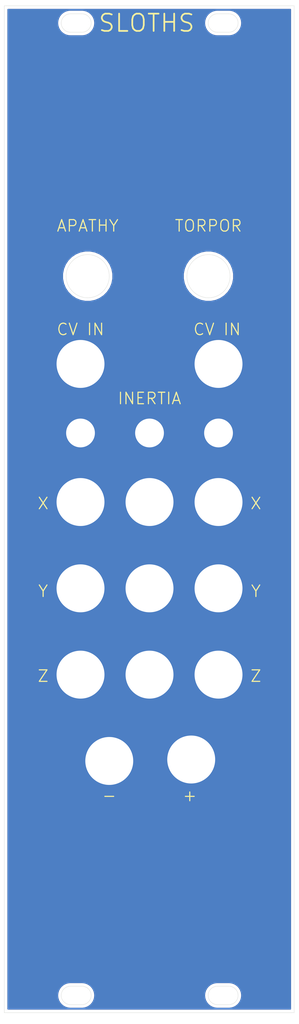
<source format=kicad_pcb>
(kicad_pcb (version 20171130) (host pcbnew "(5.1.5-0)")
  (layers (0 F.Cu signal) (31 B.Cu signal) (34 B.Paste user hide) (35 F.Paste user hide) (36 B.SilkS user hide) (37 F.SilkS user) (38 B.Mask user) (39 F.Mask user) (44 Edge.Cuts user))
  (net 0 "")
  (net 1 GND)
  (module "custom footprints:potleaf_small_copper" (layer F.Cu) (at 25.4 170.2)
    (fp_text reference REF** hide)
    (fp_text value potleaf_small_copper)
    (fp_poly (pts (xy -3.4036 -3.9751) (xy -3.0861 -3.7338) (xy -2.52095 -3.4163) (xy -1.92405 -2.9845) (xy -1.5494 -2.6035) (xy -1.14935 -2.03835) (xy -0.55245 -0.85725) (xy -0.254 -0.2921) (xy -0.2413 -0.2794) (xy -0.5715 -0.254) (xy -0.6731 -0.3048) (xy -1.0287 -0.55245) (xy -1.4351 -0.92075) (xy -1.7653 -1.27) (xy -2.1209 -1.7018) (xy -2.4003 -2.1209) (xy -2.5908 -2.3749) (xy -2.8448 -2.8321) (xy -3.0988 -3.2004) (xy -3.3401 -3.6195) (xy -3.6195 -4.1783)) (layer F.Cu) (width 0.1))
    (fp_poly (pts (xy -1.997075 -0.796925) (xy -1.660525 -0.701675) (xy -1.397 -0.6096) (xy -0.6985 -0.2032) (xy -0.66802 -0.17526) (xy -0.6604 -0.1905) (xy -0.6604 -0.1778) (xy -0.66802 -0.17526) (xy -0.7493 -0.0127) (xy -0.3556 0.127) (xy -0.56515 0.1524) (xy -0.95885 0.1778) (xy -1.4351 0.1778) (xy -1.8796 0.1143) (xy -2.3622 0) (xy -2.7559 -0.1143) (xy -3.1623 -0.3429) (xy -3.4798 -0.5715) (xy -3.8862 -0.6985) (xy -3.2385 -0.7493) (xy -2.7051 -0.7874) (xy -2.24155 -0.79375)) (layer F.Cu) (width 0.1))
    (fp_poly (pts (xy -0.13335 0.2667) (xy -0.50165 0.6985) (xy -0.9398 0.97155) (xy -1.3208 1.11125) (xy -2.0701 1.27635) (xy -1.5875 0.7493) (xy -1.1938 0.4826) (xy -0.8255 0.2794) (xy -0.3556 0.2032) (xy -0.3302 0.2032)) (layer F.Cu) (width 0.1))
    (fp_poly (pts (xy 0 -0.2159) (xy -0.211138 -0.022225) (xy 0.007937 0.073025) (xy 0.758825 0.61595) (xy 0.57785 0.7112) (xy 0 0.254) (xy 0.0127 1.3462) (xy -0.1016 1.2065) (xy -0.10795 0.3175) (xy -0.0635 0.3175) (xy -0.4445 0.1016) (xy -0.73025 -0.0508) (xy -0.56515 -0.3302)) (layer F.Cu) (width 0.1))
    (fp_poly (pts (xy 0.64135 0.2413) (xy 1.1938 0.5207) (xy 1.520825 0.847725) (xy 1.655763 1.077913) (xy 1.887538 1.347788) (xy 1.58115 1.26365) (xy 1.32715 1.18745) (xy 1.14935 1.12395) (xy 0.7747 0.9906) (xy 0.415925 0.796925) (xy 0.155575 0.511175) (xy 0.03175 0.34925) (xy 0.09525 0.38735) (xy 0.06985 0.32385) (xy 0.13335 0.1524)) (layer F.Cu) (width 0.1))
    (fp_poly (pts (xy 3.0734 -0.762) (xy 3.5052 -0.7366) (xy 4.083207 -0.726057) (xy 3.4036 -0.5715) (xy 2.9718 -0.381) (xy 2.6289 -0.1651) (xy 2.2098 0) (xy 1.6764 0.0889) (xy 1.2319 0.1143) (xy 0.65405 0.09525) (xy 0.0762 0.0762) (xy 0.0127 0) (xy 0.2286 -0.0635) (xy 0.235585 -0.1143) (xy 0.551815 -0.2413) (xy 1.08585 -0.4699) (xy 1.6383 -0.6731) (xy 2.032 -0.7874) (xy 2.4765 -0.7874)) (layer F.Cu) (width 0.1))
    (fp_poly (pts (xy 3.0607 -3.4163) (xy 2.8194 -2.921) (xy 2.6162 -2.4638) (xy 2.35585 -1.9431) (xy 2.0828 -1.5875) (xy 1.77165 -1.17475) (xy 1.30175 -0.78105) (xy 0.8001 -0.4445) (xy -0.3048 0.1524) (xy -0.2794 -0.1778) (xy 0.0254 -0.2286) (xy 0.27305 -0.66675) (xy 0.48895 -1.1303) (xy 0.65405 -1.4605) (xy 0.8382 -1.7526) (xy 1.0033 -2.0701) (xy 1.2827 -2.4257) (xy 1.5621 -2.7432) (xy 1.8923 -3.0353) (xy 2.2352 -3.2639) (xy 2.6162 -3.5179) (xy 3.0099 -3.7846) (xy 3.5433 -4.1783)) (layer F.Cu) (width 0.1))
    (fp_poly (pts (xy 0.2159 -5.5499) (xy 0.3175 -5.0673) (xy 0.4318 -4.6101) (xy 0.51435 -4.2799) (xy 0.57785 -3.8989) (xy 0.6223 -3.3782) (xy 0.6223 -2.8448) (xy 0.5715 -2.2606) (xy 0.508 -1.7399) (xy 0.365125 -1.2446) (xy 0.066675 -0.2286) (xy -0.14605 -0.2794) (xy -0.381 -1.1938) (xy -0.554038 -2.0574) (xy -0.538163 -2.8448) (xy -0.485775 -3.5052) (xy -0.32385 -4.2799) (xy -0.0889 -5.0927) (xy 0.0381 -5.8674) (xy 0.1016 -6.3881)) (layer F.Cu) (width 0.1))
  )
  (module "custom footprints:banana_jack" (layer F.Cu) (at 32.5 131)
    (fp_text reference REF** hide)
    (fp_text value banana_jack hide)
    (pad 1 thru_hole circle (at 0 0) (size 8.4 8.4) (drill 8.33) (layers *.Cu *.Mask) (net 1 GND))
  )
  (module "custom footprints:banana_jack" (layer F.Cu) (at 18.25 131.25)
    (fp_text reference REF** hide)
    (fp_text value banana_jack hide)
    (pad 1 thru_hole circle (at 0 0) (size 8.4 8.4) (drill 8.33) (layers *.Cu *.Mask) (net 1 GND))
  )
  (module "custom footprints:banana_jack" (layer F.Cu) (at 13.25 116.25)
    (fp_text reference REF** hide)
    (fp_text value banana_jack hide)
    (pad 1 thru_hole circle (at 0 0) (size 8.4 8.4) (drill 8.33) (layers *.Cu *.Mask) (net 1 GND))
  )
  (module "custom footprints:banana_jack" (layer F.Cu) (at 25.25 116.25)
    (fp_text reference REF** hide)
    (fp_text value banana_jack hide)
    (pad 1 thru_hole circle (at 0 0) (size 8.4 8.4) (drill 8.33) (layers *.Cu *.Mask) (net 1 GND))
  )
  (module "custom footprints:banana_jack" (layer F.Cu) (at 37.25 116.25)
    (fp_text reference REF** hide)
    (fp_text value banana_jack hide)
    (pad 1 thru_hole circle (at 0 0) (size 8.4 8.4) (drill 8.33) (layers *.Cu *.Mask) (net 1 GND))
  )
  (module "custom footprints:banana_jack" (layer F.Cu) (at 13.25 101.25)
    (fp_text reference REF** hide)
    (fp_text value banana_jack hide)
    (pad 1 thru_hole circle (at 0 0) (size 8.4 8.4) (drill 8.33) (layers *.Cu *.Mask) (net 1 GND))
  )
  (module "custom footprints:banana_jack" (layer F.Cu) (at 25.25 101.25)
    (fp_text reference REF** hide)
    (fp_text value banana_jack hide)
    (pad 1 thru_hole circle (at 0 0) (size 8.4 8.4) (drill 8.33) (layers *.Cu *.Mask) (net 1 GND))
  )
  (module "custom footprints:banana_jack" (layer F.Cu) (at 37.25 101.25)
    (fp_text reference REF** hide)
    (fp_text value banana_jack hide)
    (pad 1 thru_hole circle (at 0 0) (size 8.4 8.4) (drill 8.33) (layers *.Cu *.Mask) (net 1 GND))
  )
  (module "custom footprints:banana_jack" (layer F.Cu) (at 37.25 62.25)
    (fp_text reference REF** hide)
    (fp_text value banana_jack hide)
    (pad 1 thru_hole circle (at 0 0) (size 8.4 8.4) (drill 8.33) (layers *.Cu *.Mask) (net 1 GND))
  )
  (module "custom footprints:banana_jack" (layer F.Cu) (at 13.25 62.25)
    (fp_text reference REF** hide)
    (fp_text value banana_jack hide)
    (pad 1 thru_hole circle (at 0 0) (size 8.4 8.4) (drill 8.33) (layers *.Cu *.Mask) (net 1 GND))
  )
  (module "custom footprints:banana_jack" (layer F.Cu) (at 13.25 86.25)
    (fp_text reference REF** hide)
    (fp_text value banana_jack hide)
    (pad 1 thru_hole circle (at 0 0) (size 8.4 8.4) (drill 8.33) (layers *.Cu *.Mask) (net 1 GND))
  )
  (module "custom footprints:banana_jack" (layer F.Cu) (at 25.25 86.25)
    (fp_text reference REF** hide)
    (fp_text value banana_jack hide)
    (pad 1 thru_hole circle (at 0 0) (size 8.4 8.4) (drill 8.33) (layers *.Cu *.Mask) (net 1 GND))
  )
  (module "custom footprints:banana_jack" (layer F.Cu) (at 37.25 86.25)
    (fp_text reference REF** hide)
    (fp_text value banana_jack hide)
    (pad 1 thru_hole circle (at 0 0) (size 8.4 8.4) (drill 8.33) (layers *.Cu *.Mask) (net 1 GND))
  )
  (module "custom footprints:5mm_mounting_hole_LED" (layer F.Cu) (at 13.25 74.25)
    (fp_text reference REF** hide)
    (fp_text value 5mm_mounting_hole_LED)
    (pad 1 thru_hole circle (at 0 0) (size 5.1 5.1) (drill 5) (layers *.Cu *.Mask) (net 1 GND))
  )
  (module "custom footprints:5mm_mounting_hole_LED" (layer F.Cu) (at 25.25 74.25)
    (fp_text reference REF** hide)
    (fp_text value 5mm_mounting_hole_LED)
    (pad 1 thru_hole circle (at 0 0) (size 5.1 5.1) (drill 5) (layers *.Cu *.Mask) (net 1 GND))
  )
  (module "custom footprints:5mm_mounting_hole_LED" (layer F.Cu) (at 37.25 74.25)
    (fp_text reference REF** hide)
    (fp_text value 5mm_mounting_hole_LED)
    (pad 1 thru_hole circle (at 0 0) (size 5.1 5.1) (drill 5) (layers *.Cu *.Mask) (net 1 GND))
  )
  (gr_text + (at 32.25 137.25) (layer F.SilkS) (effects (font (size 2 2) (thickness 0.2))))
  (gr_text - (at 18.25 137.25) (layer F.SilkS) (effects (font (size 2 2) (thickness 0.2))))
  (gr_text Y (at 43.75 101.75) (layer F.SilkS) (effects (font (size 2 2) (thickness 0.2))))
  (gr_text X (at 43.75 86.5) (layer F.SilkS) (effects (font (size 2 2) (thickness 0.2))))
  (gr_text SLOTHS (at 24.75 3) (layer F.SilkS) (effects (font (size 3 3) (thickness 0.3))))
  (gr_text "CV IN" (at 37 56.25) (layer F.SilkS) (effects (font (size 2 2) (thickness 0.2))))
  (gr_text TORPOR (at 35.5 38.25) (layer F.SilkS) (effects (font (size 2 2) (thickness 0.2))))
  (gr_text APATHY (at 14.5 38.25) (layer F.SilkS) (effects (font (size 2 2) (thickness 0.2))))
  (gr_text "CV IN" (at 13.25 56.25) (layer F.SilkS) (effects (font (size 2 2) (thickness 0.2))))
  (gr_text INERTIA (at 25.25 68.25) (layer F.SilkS) (effects (font (size 2 2) (thickness 0.2))))
  (gr_text Z (at 43.75 116.5) (layer F.SilkS) (effects (font (size 2 2) (thickness 0.2))))
  (gr_text Z (at 6.75 116.5) (layer F.SilkS) (effects (font (size 2 2) (thickness 0.2))))
  (gr_text X (at 6.75 86.5) (layer F.SilkS) (effects (font (size 2 2) (thickness 0.2))))
  (gr_text Y (at 6.75 101.75) (layer F.SilkS) (effects (font (size 2 2) (thickness 0.2))))
  (gr_circle (center 14.5 47) (end 18.25 47) (layer Edge.Cuts) (width 0.05))
  (gr_circle (center 35.5 47) (end 39.25 47) (layer Edge.Cuts) (width 0.05))
  (gr_arc (start 13.5 172) (end 13.5 173.6) (angle -180) (layer Edge.Cuts) (width 0.05))
  (gr_line (start 11.5 170.4) (end 13.5 170.4) (layer Edge.Cuts) (width 0.05))
  (gr_arc (start 11.5 172) (end 11.5 170.4) (angle -180) (layer Edge.Cuts) (width 0.05))
  (gr_line (start 11.5 173.6) (end 13.5 173.6) (layer Edge.Cuts) (width 0.05))
  (gr_arc (start 13.5 3) (end 13.5 4.6) (angle -180) (layer Edge.Cuts) (width 0.05))
  (gr_line (start 11.5 1.4) (end 13.5 1.4) (layer Edge.Cuts) (width 0.05))
  (gr_arc (start 11.5 3) (end 11.5 1.4) (angle -180) (layer Edge.Cuts) (width 0.05))
  (gr_line (start 11.5 4.6) (end 13.5 4.6) (layer Edge.Cuts) (width 0.05))
  (gr_arc (start 39.05 172) (end 39.05 173.6) (angle -180) (layer Edge.Cuts) (width 0.05))
  (gr_line (start 37.05 170.4) (end 39.05 170.4) (layer Edge.Cuts) (width 0.05))
  (gr_arc (start 37.05 172) (end 37.05 170.4) (angle -180) (layer Edge.Cuts) (width 0.05))
  (gr_line (start 37.05 173.6) (end 39.05 173.6) (layer Edge.Cuts) (width 0.05))
  (gr_line (start 37.05 1.4) (end 39.05 1.4) (layer Edge.Cuts) (width 0.05))
  (gr_line (start 37.05 4.6) (end 39.05 4.6) (layer Edge.Cuts) (width 0.05))
  (gr_arc (start 37.05 3) (end 37.05 1.4) (angle -180) (layer Edge.Cuts) (width 0.05))
  (gr_arc (start 39.05 3) (end 39.05 4.6) (angle -180) (layer Edge.Cuts) (width 0.05))
  (gr_line (start 0 175) (end 0 0) (layer Edge.Cuts) (width 0.05))
  (gr_line (start 50.4 175) (end 0 175) (layer Edge.Cuts) (width 0.05))
  (gr_line (start 50.4 0) (end 50.4 175) (layer Edge.Cuts) (width 0.05))
  (gr_line (start 0 0) (end 50.4 0) (layer Edge.Cuts) (width 0.05))
  (zone (net 1) (net_name GND) (layer F.Cu) (connect_pads yes (clearance 0.508)) (min_thickness 0.254) (fill yes (arc_segments 32) (thermal_gap 0.508) (thermal_bridge_width 0.508))
    (polygon (pts (xy 50.75 176) (xy -0.5 176) (xy -0.5 -0.5) (xy 50.75 -0.5)))
  )
  (zone (net 1) (net_name GND) (layer B.Cu) (connect_pads yes (clearance 0.508)) (min_thickness 0.254) (fill yes (arc_segments 32) (thermal_gap 0.508) (thermal_bridge_width 0.508))
    (polygon (pts (xy 51.25 177) (xy -0.75 176.75) (xy -0.490253 -1) (xy 50.759747 -1)))
  )
)
</source>
